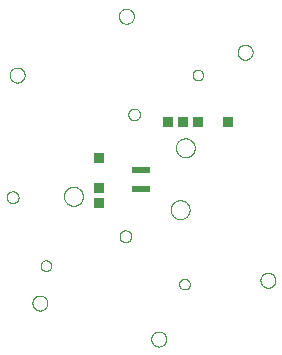
<source format=gbp>
G75*
%MOIN*%
%OFA0B0*%
%FSLAX25Y25*%
%IPPOS*%
%LPD*%
%AMOC8*
5,1,8,0,0,1.08239X$1,22.5*
%
%ADD10C,0.00000*%
%ADD11R,0.03500X0.03200*%
%ADD12R,0.03200X0.03500*%
%ADD13R,0.05906X0.02362*%
D10*
X0038119Y0033019D02*
X0038121Y0033118D01*
X0038127Y0033218D01*
X0038137Y0033317D01*
X0038151Y0033415D01*
X0038168Y0033513D01*
X0038190Y0033610D01*
X0038215Y0033706D01*
X0038244Y0033801D01*
X0038277Y0033895D01*
X0038314Y0033987D01*
X0038354Y0034078D01*
X0038398Y0034167D01*
X0038446Y0034255D01*
X0038497Y0034340D01*
X0038551Y0034423D01*
X0038608Y0034505D01*
X0038669Y0034583D01*
X0038733Y0034660D01*
X0038799Y0034733D01*
X0038869Y0034804D01*
X0038941Y0034872D01*
X0039016Y0034938D01*
X0039094Y0035000D01*
X0039174Y0035059D01*
X0039256Y0035115D01*
X0039340Y0035167D01*
X0039427Y0035216D01*
X0039515Y0035262D01*
X0039605Y0035304D01*
X0039697Y0035343D01*
X0039790Y0035378D01*
X0039884Y0035409D01*
X0039980Y0035436D01*
X0040077Y0035459D01*
X0040174Y0035479D01*
X0040272Y0035495D01*
X0040371Y0035507D01*
X0040470Y0035515D01*
X0040569Y0035519D01*
X0040669Y0035519D01*
X0040768Y0035515D01*
X0040867Y0035507D01*
X0040966Y0035495D01*
X0041064Y0035479D01*
X0041161Y0035459D01*
X0041258Y0035436D01*
X0041354Y0035409D01*
X0041448Y0035378D01*
X0041541Y0035343D01*
X0041633Y0035304D01*
X0041723Y0035262D01*
X0041811Y0035216D01*
X0041898Y0035167D01*
X0041982Y0035115D01*
X0042064Y0035059D01*
X0042144Y0035000D01*
X0042222Y0034938D01*
X0042297Y0034872D01*
X0042369Y0034804D01*
X0042439Y0034733D01*
X0042505Y0034660D01*
X0042569Y0034583D01*
X0042630Y0034505D01*
X0042687Y0034423D01*
X0042741Y0034340D01*
X0042792Y0034255D01*
X0042840Y0034167D01*
X0042884Y0034078D01*
X0042924Y0033987D01*
X0042961Y0033895D01*
X0042994Y0033801D01*
X0043023Y0033706D01*
X0043048Y0033610D01*
X0043070Y0033513D01*
X0043087Y0033415D01*
X0043101Y0033317D01*
X0043111Y0033218D01*
X0043117Y0033118D01*
X0043119Y0033019D01*
X0043117Y0032920D01*
X0043111Y0032820D01*
X0043101Y0032721D01*
X0043087Y0032623D01*
X0043070Y0032525D01*
X0043048Y0032428D01*
X0043023Y0032332D01*
X0042994Y0032237D01*
X0042961Y0032143D01*
X0042924Y0032051D01*
X0042884Y0031960D01*
X0042840Y0031871D01*
X0042792Y0031783D01*
X0042741Y0031698D01*
X0042687Y0031615D01*
X0042630Y0031533D01*
X0042569Y0031455D01*
X0042505Y0031378D01*
X0042439Y0031305D01*
X0042369Y0031234D01*
X0042297Y0031166D01*
X0042222Y0031100D01*
X0042144Y0031038D01*
X0042064Y0030979D01*
X0041982Y0030923D01*
X0041898Y0030871D01*
X0041811Y0030822D01*
X0041723Y0030776D01*
X0041633Y0030734D01*
X0041541Y0030695D01*
X0041448Y0030660D01*
X0041354Y0030629D01*
X0041258Y0030602D01*
X0041161Y0030579D01*
X0041064Y0030559D01*
X0040966Y0030543D01*
X0040867Y0030531D01*
X0040768Y0030523D01*
X0040669Y0030519D01*
X0040569Y0030519D01*
X0040470Y0030523D01*
X0040371Y0030531D01*
X0040272Y0030543D01*
X0040174Y0030559D01*
X0040077Y0030579D01*
X0039980Y0030602D01*
X0039884Y0030629D01*
X0039790Y0030660D01*
X0039697Y0030695D01*
X0039605Y0030734D01*
X0039515Y0030776D01*
X0039427Y0030822D01*
X0039340Y0030871D01*
X0039256Y0030923D01*
X0039174Y0030979D01*
X0039094Y0031038D01*
X0039016Y0031100D01*
X0038941Y0031166D01*
X0038869Y0031234D01*
X0038799Y0031305D01*
X0038733Y0031378D01*
X0038669Y0031455D01*
X0038608Y0031533D01*
X0038551Y0031615D01*
X0038497Y0031698D01*
X0038446Y0031783D01*
X0038398Y0031871D01*
X0038354Y0031960D01*
X0038314Y0032051D01*
X0038277Y0032143D01*
X0038244Y0032237D01*
X0038215Y0032332D01*
X0038190Y0032428D01*
X0038168Y0032525D01*
X0038151Y0032623D01*
X0038137Y0032721D01*
X0038127Y0032820D01*
X0038121Y0032920D01*
X0038119Y0033019D01*
X0040859Y0045486D02*
X0040861Y0045570D01*
X0040867Y0045653D01*
X0040877Y0045736D01*
X0040891Y0045819D01*
X0040908Y0045901D01*
X0040930Y0045982D01*
X0040955Y0046061D01*
X0040984Y0046140D01*
X0041017Y0046217D01*
X0041053Y0046292D01*
X0041093Y0046366D01*
X0041136Y0046438D01*
X0041183Y0046507D01*
X0041233Y0046574D01*
X0041286Y0046639D01*
X0041342Y0046701D01*
X0041400Y0046761D01*
X0041462Y0046818D01*
X0041526Y0046871D01*
X0041593Y0046922D01*
X0041662Y0046969D01*
X0041733Y0047014D01*
X0041806Y0047054D01*
X0041881Y0047091D01*
X0041958Y0047125D01*
X0042036Y0047155D01*
X0042115Y0047181D01*
X0042196Y0047204D01*
X0042278Y0047222D01*
X0042360Y0047237D01*
X0042443Y0047248D01*
X0042526Y0047255D01*
X0042610Y0047258D01*
X0042694Y0047257D01*
X0042777Y0047252D01*
X0042861Y0047243D01*
X0042943Y0047230D01*
X0043025Y0047214D01*
X0043106Y0047193D01*
X0043187Y0047169D01*
X0043265Y0047141D01*
X0043343Y0047109D01*
X0043419Y0047073D01*
X0043493Y0047034D01*
X0043565Y0046992D01*
X0043635Y0046946D01*
X0043703Y0046897D01*
X0043768Y0046845D01*
X0043831Y0046790D01*
X0043891Y0046732D01*
X0043949Y0046671D01*
X0044003Y0046607D01*
X0044055Y0046541D01*
X0044103Y0046473D01*
X0044148Y0046402D01*
X0044189Y0046329D01*
X0044228Y0046255D01*
X0044262Y0046179D01*
X0044293Y0046101D01*
X0044320Y0046022D01*
X0044344Y0045941D01*
X0044363Y0045860D01*
X0044379Y0045778D01*
X0044391Y0045695D01*
X0044399Y0045611D01*
X0044403Y0045528D01*
X0044403Y0045444D01*
X0044399Y0045361D01*
X0044391Y0045277D01*
X0044379Y0045194D01*
X0044363Y0045112D01*
X0044344Y0045031D01*
X0044320Y0044950D01*
X0044293Y0044871D01*
X0044262Y0044793D01*
X0044228Y0044717D01*
X0044189Y0044643D01*
X0044148Y0044570D01*
X0044103Y0044499D01*
X0044055Y0044431D01*
X0044003Y0044365D01*
X0043949Y0044301D01*
X0043891Y0044240D01*
X0043831Y0044182D01*
X0043768Y0044127D01*
X0043703Y0044075D01*
X0043635Y0044026D01*
X0043565Y0043980D01*
X0043493Y0043938D01*
X0043419Y0043899D01*
X0043343Y0043863D01*
X0043265Y0043831D01*
X0043187Y0043803D01*
X0043106Y0043779D01*
X0043025Y0043758D01*
X0042943Y0043742D01*
X0042861Y0043729D01*
X0042777Y0043720D01*
X0042694Y0043715D01*
X0042610Y0043714D01*
X0042526Y0043717D01*
X0042443Y0043724D01*
X0042360Y0043735D01*
X0042278Y0043750D01*
X0042196Y0043768D01*
X0042115Y0043791D01*
X0042036Y0043817D01*
X0041958Y0043847D01*
X0041881Y0043881D01*
X0041806Y0043918D01*
X0041733Y0043958D01*
X0041662Y0044003D01*
X0041593Y0044050D01*
X0041526Y0044101D01*
X0041462Y0044154D01*
X0041400Y0044211D01*
X0041342Y0044271D01*
X0041286Y0044333D01*
X0041233Y0044398D01*
X0041183Y0044465D01*
X0041136Y0044534D01*
X0041093Y0044606D01*
X0041053Y0044680D01*
X0041017Y0044755D01*
X0040984Y0044832D01*
X0040955Y0044911D01*
X0040930Y0044990D01*
X0040908Y0045071D01*
X0040891Y0045153D01*
X0040877Y0045236D01*
X0040867Y0045319D01*
X0040861Y0045402D01*
X0040859Y0045486D01*
X0029556Y0068274D02*
X0029558Y0068362D01*
X0029564Y0068450D01*
X0029574Y0068538D01*
X0029588Y0068626D01*
X0029605Y0068712D01*
X0029627Y0068798D01*
X0029652Y0068882D01*
X0029682Y0068966D01*
X0029714Y0069048D01*
X0029751Y0069128D01*
X0029791Y0069207D01*
X0029835Y0069284D01*
X0029882Y0069359D01*
X0029932Y0069431D01*
X0029986Y0069502D01*
X0030042Y0069569D01*
X0030102Y0069635D01*
X0030164Y0069697D01*
X0030230Y0069757D01*
X0030297Y0069813D01*
X0030368Y0069867D01*
X0030440Y0069917D01*
X0030515Y0069964D01*
X0030592Y0070008D01*
X0030671Y0070048D01*
X0030751Y0070085D01*
X0030833Y0070117D01*
X0030917Y0070147D01*
X0031001Y0070172D01*
X0031087Y0070194D01*
X0031173Y0070211D01*
X0031261Y0070225D01*
X0031349Y0070235D01*
X0031437Y0070241D01*
X0031525Y0070243D01*
X0031613Y0070241D01*
X0031701Y0070235D01*
X0031789Y0070225D01*
X0031877Y0070211D01*
X0031963Y0070194D01*
X0032049Y0070172D01*
X0032133Y0070147D01*
X0032217Y0070117D01*
X0032299Y0070085D01*
X0032379Y0070048D01*
X0032458Y0070008D01*
X0032535Y0069964D01*
X0032610Y0069917D01*
X0032682Y0069867D01*
X0032753Y0069813D01*
X0032820Y0069757D01*
X0032886Y0069697D01*
X0032948Y0069635D01*
X0033008Y0069569D01*
X0033064Y0069502D01*
X0033118Y0069431D01*
X0033168Y0069359D01*
X0033215Y0069284D01*
X0033259Y0069207D01*
X0033299Y0069128D01*
X0033336Y0069048D01*
X0033368Y0068966D01*
X0033398Y0068882D01*
X0033423Y0068798D01*
X0033445Y0068712D01*
X0033462Y0068626D01*
X0033476Y0068538D01*
X0033486Y0068450D01*
X0033492Y0068362D01*
X0033494Y0068274D01*
X0033492Y0068186D01*
X0033486Y0068098D01*
X0033476Y0068010D01*
X0033462Y0067922D01*
X0033445Y0067836D01*
X0033423Y0067750D01*
X0033398Y0067666D01*
X0033368Y0067582D01*
X0033336Y0067500D01*
X0033299Y0067420D01*
X0033259Y0067341D01*
X0033215Y0067264D01*
X0033168Y0067189D01*
X0033118Y0067117D01*
X0033064Y0067046D01*
X0033008Y0066979D01*
X0032948Y0066913D01*
X0032886Y0066851D01*
X0032820Y0066791D01*
X0032753Y0066735D01*
X0032682Y0066681D01*
X0032610Y0066631D01*
X0032535Y0066584D01*
X0032458Y0066540D01*
X0032379Y0066500D01*
X0032299Y0066463D01*
X0032217Y0066431D01*
X0032133Y0066401D01*
X0032049Y0066376D01*
X0031963Y0066354D01*
X0031877Y0066337D01*
X0031789Y0066323D01*
X0031701Y0066313D01*
X0031613Y0066307D01*
X0031525Y0066305D01*
X0031437Y0066307D01*
X0031349Y0066313D01*
X0031261Y0066323D01*
X0031173Y0066337D01*
X0031087Y0066354D01*
X0031001Y0066376D01*
X0030917Y0066401D01*
X0030833Y0066431D01*
X0030751Y0066463D01*
X0030671Y0066500D01*
X0030592Y0066540D01*
X0030515Y0066584D01*
X0030440Y0066631D01*
X0030368Y0066681D01*
X0030297Y0066735D01*
X0030230Y0066791D01*
X0030164Y0066851D01*
X0030102Y0066913D01*
X0030042Y0066979D01*
X0029986Y0067046D01*
X0029932Y0067117D01*
X0029882Y0067189D01*
X0029835Y0067264D01*
X0029791Y0067341D01*
X0029751Y0067420D01*
X0029714Y0067500D01*
X0029682Y0067582D01*
X0029652Y0067666D01*
X0029627Y0067750D01*
X0029605Y0067836D01*
X0029588Y0067922D01*
X0029574Y0068010D01*
X0029564Y0068098D01*
X0029558Y0068186D01*
X0029556Y0068274D01*
X0048652Y0068588D02*
X0048654Y0068700D01*
X0048660Y0068811D01*
X0048670Y0068923D01*
X0048684Y0069034D01*
X0048701Y0069144D01*
X0048723Y0069254D01*
X0048749Y0069363D01*
X0048778Y0069471D01*
X0048811Y0069577D01*
X0048848Y0069683D01*
X0048889Y0069787D01*
X0048934Y0069890D01*
X0048982Y0069991D01*
X0049033Y0070090D01*
X0049088Y0070187D01*
X0049147Y0070282D01*
X0049208Y0070376D01*
X0049273Y0070467D01*
X0049342Y0070555D01*
X0049413Y0070641D01*
X0049487Y0070725D01*
X0049565Y0070805D01*
X0049645Y0070883D01*
X0049728Y0070959D01*
X0049813Y0071031D01*
X0049901Y0071100D01*
X0049991Y0071166D01*
X0050084Y0071228D01*
X0050179Y0071288D01*
X0050276Y0071344D01*
X0050374Y0071396D01*
X0050475Y0071445D01*
X0050577Y0071490D01*
X0050681Y0071532D01*
X0050786Y0071570D01*
X0050893Y0071604D01*
X0051000Y0071634D01*
X0051109Y0071661D01*
X0051218Y0071683D01*
X0051329Y0071702D01*
X0051439Y0071717D01*
X0051551Y0071728D01*
X0051662Y0071735D01*
X0051774Y0071738D01*
X0051886Y0071737D01*
X0051998Y0071732D01*
X0052109Y0071723D01*
X0052220Y0071710D01*
X0052331Y0071693D01*
X0052441Y0071673D01*
X0052550Y0071648D01*
X0052658Y0071620D01*
X0052765Y0071587D01*
X0052871Y0071551D01*
X0052975Y0071511D01*
X0053078Y0071468D01*
X0053180Y0071421D01*
X0053279Y0071370D01*
X0053377Y0071316D01*
X0053473Y0071258D01*
X0053567Y0071197D01*
X0053658Y0071133D01*
X0053747Y0071066D01*
X0053834Y0070995D01*
X0053918Y0070921D01*
X0054000Y0070845D01*
X0054078Y0070765D01*
X0054154Y0070683D01*
X0054227Y0070598D01*
X0054297Y0070511D01*
X0054363Y0070421D01*
X0054427Y0070329D01*
X0054487Y0070235D01*
X0054544Y0070139D01*
X0054597Y0070040D01*
X0054647Y0069940D01*
X0054693Y0069839D01*
X0054736Y0069735D01*
X0054775Y0069630D01*
X0054810Y0069524D01*
X0054841Y0069417D01*
X0054869Y0069308D01*
X0054892Y0069199D01*
X0054912Y0069089D01*
X0054928Y0068978D01*
X0054940Y0068867D01*
X0054948Y0068756D01*
X0054952Y0068644D01*
X0054952Y0068532D01*
X0054948Y0068420D01*
X0054940Y0068309D01*
X0054928Y0068198D01*
X0054912Y0068087D01*
X0054892Y0067977D01*
X0054869Y0067868D01*
X0054841Y0067759D01*
X0054810Y0067652D01*
X0054775Y0067546D01*
X0054736Y0067441D01*
X0054693Y0067337D01*
X0054647Y0067236D01*
X0054597Y0067136D01*
X0054544Y0067037D01*
X0054487Y0066941D01*
X0054427Y0066847D01*
X0054363Y0066755D01*
X0054297Y0066665D01*
X0054227Y0066578D01*
X0054154Y0066493D01*
X0054078Y0066411D01*
X0054000Y0066331D01*
X0053918Y0066255D01*
X0053834Y0066181D01*
X0053747Y0066110D01*
X0053658Y0066043D01*
X0053567Y0065979D01*
X0053473Y0065918D01*
X0053377Y0065860D01*
X0053279Y0065806D01*
X0053180Y0065755D01*
X0053078Y0065708D01*
X0052975Y0065665D01*
X0052871Y0065625D01*
X0052765Y0065589D01*
X0052658Y0065556D01*
X0052550Y0065528D01*
X0052441Y0065503D01*
X0052331Y0065483D01*
X0052220Y0065466D01*
X0052109Y0065453D01*
X0051998Y0065444D01*
X0051886Y0065439D01*
X0051774Y0065438D01*
X0051662Y0065441D01*
X0051551Y0065448D01*
X0051439Y0065459D01*
X0051329Y0065474D01*
X0051218Y0065493D01*
X0051109Y0065515D01*
X0051000Y0065542D01*
X0050893Y0065572D01*
X0050786Y0065606D01*
X0050681Y0065644D01*
X0050577Y0065686D01*
X0050475Y0065731D01*
X0050374Y0065780D01*
X0050276Y0065832D01*
X0050179Y0065888D01*
X0050084Y0065948D01*
X0049991Y0066010D01*
X0049901Y0066076D01*
X0049813Y0066145D01*
X0049728Y0066217D01*
X0049645Y0066293D01*
X0049565Y0066371D01*
X0049487Y0066451D01*
X0049413Y0066535D01*
X0049342Y0066621D01*
X0049273Y0066709D01*
X0049208Y0066800D01*
X0049147Y0066894D01*
X0049088Y0066989D01*
X0049033Y0067086D01*
X0048982Y0067185D01*
X0048934Y0067286D01*
X0048889Y0067389D01*
X0048848Y0067493D01*
X0048811Y0067599D01*
X0048778Y0067705D01*
X0048749Y0067813D01*
X0048723Y0067922D01*
X0048701Y0068032D01*
X0048684Y0068142D01*
X0048670Y0068253D01*
X0048660Y0068365D01*
X0048654Y0068476D01*
X0048652Y0068588D01*
X0067155Y0055278D02*
X0067157Y0055366D01*
X0067163Y0055454D01*
X0067173Y0055542D01*
X0067187Y0055630D01*
X0067204Y0055716D01*
X0067226Y0055802D01*
X0067251Y0055886D01*
X0067281Y0055970D01*
X0067313Y0056052D01*
X0067350Y0056132D01*
X0067390Y0056211D01*
X0067434Y0056288D01*
X0067481Y0056363D01*
X0067531Y0056435D01*
X0067585Y0056506D01*
X0067641Y0056573D01*
X0067701Y0056639D01*
X0067763Y0056701D01*
X0067829Y0056761D01*
X0067896Y0056817D01*
X0067967Y0056871D01*
X0068039Y0056921D01*
X0068114Y0056968D01*
X0068191Y0057012D01*
X0068270Y0057052D01*
X0068350Y0057089D01*
X0068432Y0057121D01*
X0068516Y0057151D01*
X0068600Y0057176D01*
X0068686Y0057198D01*
X0068772Y0057215D01*
X0068860Y0057229D01*
X0068948Y0057239D01*
X0069036Y0057245D01*
X0069124Y0057247D01*
X0069212Y0057245D01*
X0069300Y0057239D01*
X0069388Y0057229D01*
X0069476Y0057215D01*
X0069562Y0057198D01*
X0069648Y0057176D01*
X0069732Y0057151D01*
X0069816Y0057121D01*
X0069898Y0057089D01*
X0069978Y0057052D01*
X0070057Y0057012D01*
X0070134Y0056968D01*
X0070209Y0056921D01*
X0070281Y0056871D01*
X0070352Y0056817D01*
X0070419Y0056761D01*
X0070485Y0056701D01*
X0070547Y0056639D01*
X0070607Y0056573D01*
X0070663Y0056506D01*
X0070717Y0056435D01*
X0070767Y0056363D01*
X0070814Y0056288D01*
X0070858Y0056211D01*
X0070898Y0056132D01*
X0070935Y0056052D01*
X0070967Y0055970D01*
X0070997Y0055886D01*
X0071022Y0055802D01*
X0071044Y0055716D01*
X0071061Y0055630D01*
X0071075Y0055542D01*
X0071085Y0055454D01*
X0071091Y0055366D01*
X0071093Y0055278D01*
X0071091Y0055190D01*
X0071085Y0055102D01*
X0071075Y0055014D01*
X0071061Y0054926D01*
X0071044Y0054840D01*
X0071022Y0054754D01*
X0070997Y0054670D01*
X0070967Y0054586D01*
X0070935Y0054504D01*
X0070898Y0054424D01*
X0070858Y0054345D01*
X0070814Y0054268D01*
X0070767Y0054193D01*
X0070717Y0054121D01*
X0070663Y0054050D01*
X0070607Y0053983D01*
X0070547Y0053917D01*
X0070485Y0053855D01*
X0070419Y0053795D01*
X0070352Y0053739D01*
X0070281Y0053685D01*
X0070209Y0053635D01*
X0070134Y0053588D01*
X0070057Y0053544D01*
X0069978Y0053504D01*
X0069898Y0053467D01*
X0069816Y0053435D01*
X0069732Y0053405D01*
X0069648Y0053380D01*
X0069562Y0053358D01*
X0069476Y0053341D01*
X0069388Y0053327D01*
X0069300Y0053317D01*
X0069212Y0053311D01*
X0069124Y0053309D01*
X0069036Y0053311D01*
X0068948Y0053317D01*
X0068860Y0053327D01*
X0068772Y0053341D01*
X0068686Y0053358D01*
X0068600Y0053380D01*
X0068516Y0053405D01*
X0068432Y0053435D01*
X0068350Y0053467D01*
X0068270Y0053504D01*
X0068191Y0053544D01*
X0068114Y0053588D01*
X0068039Y0053635D01*
X0067967Y0053685D01*
X0067896Y0053739D01*
X0067829Y0053795D01*
X0067763Y0053855D01*
X0067701Y0053917D01*
X0067641Y0053983D01*
X0067585Y0054050D01*
X0067531Y0054121D01*
X0067481Y0054193D01*
X0067434Y0054268D01*
X0067390Y0054345D01*
X0067350Y0054424D01*
X0067313Y0054504D01*
X0067281Y0054586D01*
X0067251Y0054670D01*
X0067226Y0054754D01*
X0067204Y0054840D01*
X0067187Y0054926D01*
X0067173Y0055014D01*
X0067163Y0055102D01*
X0067157Y0055190D01*
X0067155Y0055278D01*
X0084218Y0064133D02*
X0084220Y0064245D01*
X0084226Y0064356D01*
X0084236Y0064468D01*
X0084250Y0064579D01*
X0084267Y0064689D01*
X0084289Y0064799D01*
X0084315Y0064908D01*
X0084344Y0065016D01*
X0084377Y0065122D01*
X0084414Y0065228D01*
X0084455Y0065332D01*
X0084500Y0065435D01*
X0084548Y0065536D01*
X0084599Y0065635D01*
X0084654Y0065732D01*
X0084713Y0065827D01*
X0084774Y0065921D01*
X0084839Y0066012D01*
X0084908Y0066100D01*
X0084979Y0066186D01*
X0085053Y0066270D01*
X0085131Y0066350D01*
X0085211Y0066428D01*
X0085294Y0066504D01*
X0085379Y0066576D01*
X0085467Y0066645D01*
X0085557Y0066711D01*
X0085650Y0066773D01*
X0085745Y0066833D01*
X0085842Y0066889D01*
X0085940Y0066941D01*
X0086041Y0066990D01*
X0086143Y0067035D01*
X0086247Y0067077D01*
X0086352Y0067115D01*
X0086459Y0067149D01*
X0086566Y0067179D01*
X0086675Y0067206D01*
X0086784Y0067228D01*
X0086895Y0067247D01*
X0087005Y0067262D01*
X0087117Y0067273D01*
X0087228Y0067280D01*
X0087340Y0067283D01*
X0087452Y0067282D01*
X0087564Y0067277D01*
X0087675Y0067268D01*
X0087786Y0067255D01*
X0087897Y0067238D01*
X0088007Y0067218D01*
X0088116Y0067193D01*
X0088224Y0067165D01*
X0088331Y0067132D01*
X0088437Y0067096D01*
X0088541Y0067056D01*
X0088644Y0067013D01*
X0088746Y0066966D01*
X0088845Y0066915D01*
X0088943Y0066861D01*
X0089039Y0066803D01*
X0089133Y0066742D01*
X0089224Y0066678D01*
X0089313Y0066611D01*
X0089400Y0066540D01*
X0089484Y0066466D01*
X0089566Y0066390D01*
X0089644Y0066310D01*
X0089720Y0066228D01*
X0089793Y0066143D01*
X0089863Y0066056D01*
X0089929Y0065966D01*
X0089993Y0065874D01*
X0090053Y0065780D01*
X0090110Y0065684D01*
X0090163Y0065585D01*
X0090213Y0065485D01*
X0090259Y0065384D01*
X0090302Y0065280D01*
X0090341Y0065175D01*
X0090376Y0065069D01*
X0090407Y0064962D01*
X0090435Y0064853D01*
X0090458Y0064744D01*
X0090478Y0064634D01*
X0090494Y0064523D01*
X0090506Y0064412D01*
X0090514Y0064301D01*
X0090518Y0064189D01*
X0090518Y0064077D01*
X0090514Y0063965D01*
X0090506Y0063854D01*
X0090494Y0063743D01*
X0090478Y0063632D01*
X0090458Y0063522D01*
X0090435Y0063413D01*
X0090407Y0063304D01*
X0090376Y0063197D01*
X0090341Y0063091D01*
X0090302Y0062986D01*
X0090259Y0062882D01*
X0090213Y0062781D01*
X0090163Y0062681D01*
X0090110Y0062582D01*
X0090053Y0062486D01*
X0089993Y0062392D01*
X0089929Y0062300D01*
X0089863Y0062210D01*
X0089793Y0062123D01*
X0089720Y0062038D01*
X0089644Y0061956D01*
X0089566Y0061876D01*
X0089484Y0061800D01*
X0089400Y0061726D01*
X0089313Y0061655D01*
X0089224Y0061588D01*
X0089133Y0061524D01*
X0089039Y0061463D01*
X0088943Y0061405D01*
X0088845Y0061351D01*
X0088746Y0061300D01*
X0088644Y0061253D01*
X0088541Y0061210D01*
X0088437Y0061170D01*
X0088331Y0061134D01*
X0088224Y0061101D01*
X0088116Y0061073D01*
X0088007Y0061048D01*
X0087897Y0061028D01*
X0087786Y0061011D01*
X0087675Y0060998D01*
X0087564Y0060989D01*
X0087452Y0060984D01*
X0087340Y0060983D01*
X0087228Y0060986D01*
X0087117Y0060993D01*
X0087005Y0061004D01*
X0086895Y0061019D01*
X0086784Y0061038D01*
X0086675Y0061060D01*
X0086566Y0061087D01*
X0086459Y0061117D01*
X0086352Y0061151D01*
X0086247Y0061189D01*
X0086143Y0061231D01*
X0086041Y0061276D01*
X0085940Y0061325D01*
X0085842Y0061377D01*
X0085745Y0061433D01*
X0085650Y0061493D01*
X0085557Y0061555D01*
X0085467Y0061621D01*
X0085379Y0061690D01*
X0085294Y0061762D01*
X0085211Y0061838D01*
X0085131Y0061916D01*
X0085053Y0061996D01*
X0084979Y0062080D01*
X0084908Y0062166D01*
X0084839Y0062254D01*
X0084774Y0062345D01*
X0084713Y0062439D01*
X0084654Y0062534D01*
X0084599Y0062631D01*
X0084548Y0062730D01*
X0084500Y0062831D01*
X0084455Y0062934D01*
X0084414Y0063038D01*
X0084377Y0063144D01*
X0084344Y0063250D01*
X0084315Y0063358D01*
X0084289Y0063467D01*
X0084267Y0063577D01*
X0084250Y0063687D01*
X0084236Y0063798D01*
X0084226Y0063910D01*
X0084220Y0064021D01*
X0084218Y0064133D01*
X0085940Y0084748D02*
X0085942Y0084860D01*
X0085948Y0084971D01*
X0085958Y0085083D01*
X0085972Y0085194D01*
X0085989Y0085304D01*
X0086011Y0085414D01*
X0086037Y0085523D01*
X0086066Y0085631D01*
X0086099Y0085737D01*
X0086136Y0085843D01*
X0086177Y0085947D01*
X0086222Y0086050D01*
X0086270Y0086151D01*
X0086321Y0086250D01*
X0086376Y0086347D01*
X0086435Y0086442D01*
X0086496Y0086536D01*
X0086561Y0086627D01*
X0086630Y0086715D01*
X0086701Y0086801D01*
X0086775Y0086885D01*
X0086853Y0086965D01*
X0086933Y0087043D01*
X0087016Y0087119D01*
X0087101Y0087191D01*
X0087189Y0087260D01*
X0087279Y0087326D01*
X0087372Y0087388D01*
X0087467Y0087448D01*
X0087564Y0087504D01*
X0087662Y0087556D01*
X0087763Y0087605D01*
X0087865Y0087650D01*
X0087969Y0087692D01*
X0088074Y0087730D01*
X0088181Y0087764D01*
X0088288Y0087794D01*
X0088397Y0087821D01*
X0088506Y0087843D01*
X0088617Y0087862D01*
X0088727Y0087877D01*
X0088839Y0087888D01*
X0088950Y0087895D01*
X0089062Y0087898D01*
X0089174Y0087897D01*
X0089286Y0087892D01*
X0089397Y0087883D01*
X0089508Y0087870D01*
X0089619Y0087853D01*
X0089729Y0087833D01*
X0089838Y0087808D01*
X0089946Y0087780D01*
X0090053Y0087747D01*
X0090159Y0087711D01*
X0090263Y0087671D01*
X0090366Y0087628D01*
X0090468Y0087581D01*
X0090567Y0087530D01*
X0090665Y0087476D01*
X0090761Y0087418D01*
X0090855Y0087357D01*
X0090946Y0087293D01*
X0091035Y0087226D01*
X0091122Y0087155D01*
X0091206Y0087081D01*
X0091288Y0087005D01*
X0091366Y0086925D01*
X0091442Y0086843D01*
X0091515Y0086758D01*
X0091585Y0086671D01*
X0091651Y0086581D01*
X0091715Y0086489D01*
X0091775Y0086395D01*
X0091832Y0086299D01*
X0091885Y0086200D01*
X0091935Y0086100D01*
X0091981Y0085999D01*
X0092024Y0085895D01*
X0092063Y0085790D01*
X0092098Y0085684D01*
X0092129Y0085577D01*
X0092157Y0085468D01*
X0092180Y0085359D01*
X0092200Y0085249D01*
X0092216Y0085138D01*
X0092228Y0085027D01*
X0092236Y0084916D01*
X0092240Y0084804D01*
X0092240Y0084692D01*
X0092236Y0084580D01*
X0092228Y0084469D01*
X0092216Y0084358D01*
X0092200Y0084247D01*
X0092180Y0084137D01*
X0092157Y0084028D01*
X0092129Y0083919D01*
X0092098Y0083812D01*
X0092063Y0083706D01*
X0092024Y0083601D01*
X0091981Y0083497D01*
X0091935Y0083396D01*
X0091885Y0083296D01*
X0091832Y0083197D01*
X0091775Y0083101D01*
X0091715Y0083007D01*
X0091651Y0082915D01*
X0091585Y0082825D01*
X0091515Y0082738D01*
X0091442Y0082653D01*
X0091366Y0082571D01*
X0091288Y0082491D01*
X0091206Y0082415D01*
X0091122Y0082341D01*
X0091035Y0082270D01*
X0090946Y0082203D01*
X0090855Y0082139D01*
X0090761Y0082078D01*
X0090665Y0082020D01*
X0090567Y0081966D01*
X0090468Y0081915D01*
X0090366Y0081868D01*
X0090263Y0081825D01*
X0090159Y0081785D01*
X0090053Y0081749D01*
X0089946Y0081716D01*
X0089838Y0081688D01*
X0089729Y0081663D01*
X0089619Y0081643D01*
X0089508Y0081626D01*
X0089397Y0081613D01*
X0089286Y0081604D01*
X0089174Y0081599D01*
X0089062Y0081598D01*
X0088950Y0081601D01*
X0088839Y0081608D01*
X0088727Y0081619D01*
X0088617Y0081634D01*
X0088506Y0081653D01*
X0088397Y0081675D01*
X0088288Y0081702D01*
X0088181Y0081732D01*
X0088074Y0081766D01*
X0087969Y0081804D01*
X0087865Y0081846D01*
X0087763Y0081891D01*
X0087662Y0081940D01*
X0087564Y0081992D01*
X0087467Y0082048D01*
X0087372Y0082108D01*
X0087279Y0082170D01*
X0087189Y0082236D01*
X0087101Y0082305D01*
X0087016Y0082377D01*
X0086933Y0082453D01*
X0086853Y0082531D01*
X0086775Y0082611D01*
X0086701Y0082695D01*
X0086630Y0082781D01*
X0086561Y0082869D01*
X0086496Y0082960D01*
X0086435Y0083054D01*
X0086376Y0083149D01*
X0086321Y0083246D01*
X0086270Y0083345D01*
X0086222Y0083446D01*
X0086177Y0083549D01*
X0086136Y0083653D01*
X0086099Y0083759D01*
X0086066Y0083865D01*
X0086037Y0083973D01*
X0086011Y0084082D01*
X0085989Y0084192D01*
X0085972Y0084302D01*
X0085958Y0084413D01*
X0085948Y0084525D01*
X0085942Y0084636D01*
X0085940Y0084748D01*
X0070056Y0095892D02*
X0070058Y0095980D01*
X0070064Y0096068D01*
X0070074Y0096156D01*
X0070088Y0096244D01*
X0070105Y0096330D01*
X0070127Y0096416D01*
X0070152Y0096500D01*
X0070182Y0096584D01*
X0070214Y0096666D01*
X0070251Y0096746D01*
X0070291Y0096825D01*
X0070335Y0096902D01*
X0070382Y0096977D01*
X0070432Y0097049D01*
X0070486Y0097120D01*
X0070542Y0097187D01*
X0070602Y0097253D01*
X0070664Y0097315D01*
X0070730Y0097375D01*
X0070797Y0097431D01*
X0070868Y0097485D01*
X0070940Y0097535D01*
X0071015Y0097582D01*
X0071092Y0097626D01*
X0071171Y0097666D01*
X0071251Y0097703D01*
X0071333Y0097735D01*
X0071417Y0097765D01*
X0071501Y0097790D01*
X0071587Y0097812D01*
X0071673Y0097829D01*
X0071761Y0097843D01*
X0071849Y0097853D01*
X0071937Y0097859D01*
X0072025Y0097861D01*
X0072113Y0097859D01*
X0072201Y0097853D01*
X0072289Y0097843D01*
X0072377Y0097829D01*
X0072463Y0097812D01*
X0072549Y0097790D01*
X0072633Y0097765D01*
X0072717Y0097735D01*
X0072799Y0097703D01*
X0072879Y0097666D01*
X0072958Y0097626D01*
X0073035Y0097582D01*
X0073110Y0097535D01*
X0073182Y0097485D01*
X0073253Y0097431D01*
X0073320Y0097375D01*
X0073386Y0097315D01*
X0073448Y0097253D01*
X0073508Y0097187D01*
X0073564Y0097120D01*
X0073618Y0097049D01*
X0073668Y0096977D01*
X0073715Y0096902D01*
X0073759Y0096825D01*
X0073799Y0096746D01*
X0073836Y0096666D01*
X0073868Y0096584D01*
X0073898Y0096500D01*
X0073923Y0096416D01*
X0073945Y0096330D01*
X0073962Y0096244D01*
X0073976Y0096156D01*
X0073986Y0096068D01*
X0073992Y0095980D01*
X0073994Y0095892D01*
X0073992Y0095804D01*
X0073986Y0095716D01*
X0073976Y0095628D01*
X0073962Y0095540D01*
X0073945Y0095454D01*
X0073923Y0095368D01*
X0073898Y0095284D01*
X0073868Y0095200D01*
X0073836Y0095118D01*
X0073799Y0095038D01*
X0073759Y0094959D01*
X0073715Y0094882D01*
X0073668Y0094807D01*
X0073618Y0094735D01*
X0073564Y0094664D01*
X0073508Y0094597D01*
X0073448Y0094531D01*
X0073386Y0094469D01*
X0073320Y0094409D01*
X0073253Y0094353D01*
X0073182Y0094299D01*
X0073110Y0094249D01*
X0073035Y0094202D01*
X0072958Y0094158D01*
X0072879Y0094118D01*
X0072799Y0094081D01*
X0072717Y0094049D01*
X0072633Y0094019D01*
X0072549Y0093994D01*
X0072463Y0093972D01*
X0072377Y0093955D01*
X0072289Y0093941D01*
X0072201Y0093931D01*
X0072113Y0093925D01*
X0072025Y0093923D01*
X0071937Y0093925D01*
X0071849Y0093931D01*
X0071761Y0093941D01*
X0071673Y0093955D01*
X0071587Y0093972D01*
X0071501Y0093994D01*
X0071417Y0094019D01*
X0071333Y0094049D01*
X0071251Y0094081D01*
X0071171Y0094118D01*
X0071092Y0094158D01*
X0071015Y0094202D01*
X0070940Y0094249D01*
X0070868Y0094299D01*
X0070797Y0094353D01*
X0070730Y0094409D01*
X0070664Y0094469D01*
X0070602Y0094531D01*
X0070542Y0094597D01*
X0070486Y0094664D01*
X0070432Y0094735D01*
X0070382Y0094807D01*
X0070335Y0094882D01*
X0070291Y0094959D01*
X0070251Y0095038D01*
X0070214Y0095118D01*
X0070182Y0095200D01*
X0070152Y0095284D01*
X0070127Y0095368D01*
X0070105Y0095454D01*
X0070088Y0095540D01*
X0070074Y0095628D01*
X0070064Y0095716D01*
X0070058Y0095804D01*
X0070056Y0095892D01*
X0091483Y0109007D02*
X0091485Y0109091D01*
X0091491Y0109174D01*
X0091501Y0109257D01*
X0091515Y0109340D01*
X0091532Y0109422D01*
X0091554Y0109503D01*
X0091579Y0109582D01*
X0091608Y0109661D01*
X0091641Y0109738D01*
X0091677Y0109813D01*
X0091717Y0109887D01*
X0091760Y0109959D01*
X0091807Y0110028D01*
X0091857Y0110095D01*
X0091910Y0110160D01*
X0091966Y0110222D01*
X0092024Y0110282D01*
X0092086Y0110339D01*
X0092150Y0110392D01*
X0092217Y0110443D01*
X0092286Y0110490D01*
X0092357Y0110535D01*
X0092430Y0110575D01*
X0092505Y0110612D01*
X0092582Y0110646D01*
X0092660Y0110676D01*
X0092739Y0110702D01*
X0092820Y0110725D01*
X0092902Y0110743D01*
X0092984Y0110758D01*
X0093067Y0110769D01*
X0093150Y0110776D01*
X0093234Y0110779D01*
X0093318Y0110778D01*
X0093401Y0110773D01*
X0093485Y0110764D01*
X0093567Y0110751D01*
X0093649Y0110735D01*
X0093730Y0110714D01*
X0093811Y0110690D01*
X0093889Y0110662D01*
X0093967Y0110630D01*
X0094043Y0110594D01*
X0094117Y0110555D01*
X0094189Y0110513D01*
X0094259Y0110467D01*
X0094327Y0110418D01*
X0094392Y0110366D01*
X0094455Y0110311D01*
X0094515Y0110253D01*
X0094573Y0110192D01*
X0094627Y0110128D01*
X0094679Y0110062D01*
X0094727Y0109994D01*
X0094772Y0109923D01*
X0094813Y0109850D01*
X0094852Y0109776D01*
X0094886Y0109700D01*
X0094917Y0109622D01*
X0094944Y0109543D01*
X0094968Y0109462D01*
X0094987Y0109381D01*
X0095003Y0109299D01*
X0095015Y0109216D01*
X0095023Y0109132D01*
X0095027Y0109049D01*
X0095027Y0108965D01*
X0095023Y0108882D01*
X0095015Y0108798D01*
X0095003Y0108715D01*
X0094987Y0108633D01*
X0094968Y0108552D01*
X0094944Y0108471D01*
X0094917Y0108392D01*
X0094886Y0108314D01*
X0094852Y0108238D01*
X0094813Y0108164D01*
X0094772Y0108091D01*
X0094727Y0108020D01*
X0094679Y0107952D01*
X0094627Y0107886D01*
X0094573Y0107822D01*
X0094515Y0107761D01*
X0094455Y0107703D01*
X0094392Y0107648D01*
X0094327Y0107596D01*
X0094259Y0107547D01*
X0094189Y0107501D01*
X0094117Y0107459D01*
X0094043Y0107420D01*
X0093967Y0107384D01*
X0093889Y0107352D01*
X0093811Y0107324D01*
X0093730Y0107300D01*
X0093649Y0107279D01*
X0093567Y0107263D01*
X0093485Y0107250D01*
X0093401Y0107241D01*
X0093318Y0107236D01*
X0093234Y0107235D01*
X0093150Y0107238D01*
X0093067Y0107245D01*
X0092984Y0107256D01*
X0092902Y0107271D01*
X0092820Y0107289D01*
X0092739Y0107312D01*
X0092660Y0107338D01*
X0092582Y0107368D01*
X0092505Y0107402D01*
X0092430Y0107439D01*
X0092357Y0107479D01*
X0092286Y0107524D01*
X0092217Y0107571D01*
X0092150Y0107622D01*
X0092086Y0107675D01*
X0092024Y0107732D01*
X0091966Y0107792D01*
X0091910Y0107854D01*
X0091857Y0107919D01*
X0091807Y0107986D01*
X0091760Y0108055D01*
X0091717Y0108127D01*
X0091677Y0108201D01*
X0091641Y0108276D01*
X0091608Y0108353D01*
X0091579Y0108432D01*
X0091554Y0108511D01*
X0091532Y0108592D01*
X0091515Y0108674D01*
X0091501Y0108757D01*
X0091491Y0108840D01*
X0091485Y0108923D01*
X0091483Y0109007D01*
X0106519Y0116619D02*
X0106521Y0116718D01*
X0106527Y0116818D01*
X0106537Y0116917D01*
X0106551Y0117015D01*
X0106568Y0117113D01*
X0106590Y0117210D01*
X0106615Y0117306D01*
X0106644Y0117401D01*
X0106677Y0117495D01*
X0106714Y0117587D01*
X0106754Y0117678D01*
X0106798Y0117767D01*
X0106846Y0117855D01*
X0106897Y0117940D01*
X0106951Y0118023D01*
X0107008Y0118105D01*
X0107069Y0118183D01*
X0107133Y0118260D01*
X0107199Y0118333D01*
X0107269Y0118404D01*
X0107341Y0118472D01*
X0107416Y0118538D01*
X0107494Y0118600D01*
X0107574Y0118659D01*
X0107656Y0118715D01*
X0107740Y0118767D01*
X0107827Y0118816D01*
X0107915Y0118862D01*
X0108005Y0118904D01*
X0108097Y0118943D01*
X0108190Y0118978D01*
X0108284Y0119009D01*
X0108380Y0119036D01*
X0108477Y0119059D01*
X0108574Y0119079D01*
X0108672Y0119095D01*
X0108771Y0119107D01*
X0108870Y0119115D01*
X0108969Y0119119D01*
X0109069Y0119119D01*
X0109168Y0119115D01*
X0109267Y0119107D01*
X0109366Y0119095D01*
X0109464Y0119079D01*
X0109561Y0119059D01*
X0109658Y0119036D01*
X0109754Y0119009D01*
X0109848Y0118978D01*
X0109941Y0118943D01*
X0110033Y0118904D01*
X0110123Y0118862D01*
X0110211Y0118816D01*
X0110298Y0118767D01*
X0110382Y0118715D01*
X0110464Y0118659D01*
X0110544Y0118600D01*
X0110622Y0118538D01*
X0110697Y0118472D01*
X0110769Y0118404D01*
X0110839Y0118333D01*
X0110905Y0118260D01*
X0110969Y0118183D01*
X0111030Y0118105D01*
X0111087Y0118023D01*
X0111141Y0117940D01*
X0111192Y0117855D01*
X0111240Y0117767D01*
X0111284Y0117678D01*
X0111324Y0117587D01*
X0111361Y0117495D01*
X0111394Y0117401D01*
X0111423Y0117306D01*
X0111448Y0117210D01*
X0111470Y0117113D01*
X0111487Y0117015D01*
X0111501Y0116917D01*
X0111511Y0116818D01*
X0111517Y0116718D01*
X0111519Y0116619D01*
X0111517Y0116520D01*
X0111511Y0116420D01*
X0111501Y0116321D01*
X0111487Y0116223D01*
X0111470Y0116125D01*
X0111448Y0116028D01*
X0111423Y0115932D01*
X0111394Y0115837D01*
X0111361Y0115743D01*
X0111324Y0115651D01*
X0111284Y0115560D01*
X0111240Y0115471D01*
X0111192Y0115383D01*
X0111141Y0115298D01*
X0111087Y0115215D01*
X0111030Y0115133D01*
X0110969Y0115055D01*
X0110905Y0114978D01*
X0110839Y0114905D01*
X0110769Y0114834D01*
X0110697Y0114766D01*
X0110622Y0114700D01*
X0110544Y0114638D01*
X0110464Y0114579D01*
X0110382Y0114523D01*
X0110298Y0114471D01*
X0110211Y0114422D01*
X0110123Y0114376D01*
X0110033Y0114334D01*
X0109941Y0114295D01*
X0109848Y0114260D01*
X0109754Y0114229D01*
X0109658Y0114202D01*
X0109561Y0114179D01*
X0109464Y0114159D01*
X0109366Y0114143D01*
X0109267Y0114131D01*
X0109168Y0114123D01*
X0109069Y0114119D01*
X0108969Y0114119D01*
X0108870Y0114123D01*
X0108771Y0114131D01*
X0108672Y0114143D01*
X0108574Y0114159D01*
X0108477Y0114179D01*
X0108380Y0114202D01*
X0108284Y0114229D01*
X0108190Y0114260D01*
X0108097Y0114295D01*
X0108005Y0114334D01*
X0107915Y0114376D01*
X0107827Y0114422D01*
X0107740Y0114471D01*
X0107656Y0114523D01*
X0107574Y0114579D01*
X0107494Y0114638D01*
X0107416Y0114700D01*
X0107341Y0114766D01*
X0107269Y0114834D01*
X0107199Y0114905D01*
X0107133Y0114978D01*
X0107069Y0115055D01*
X0107008Y0115133D01*
X0106951Y0115215D01*
X0106897Y0115298D01*
X0106846Y0115383D01*
X0106798Y0115471D01*
X0106754Y0115560D01*
X0106714Y0115651D01*
X0106677Y0115743D01*
X0106644Y0115837D01*
X0106615Y0115932D01*
X0106590Y0116028D01*
X0106568Y0116125D01*
X0106551Y0116223D01*
X0106537Y0116321D01*
X0106527Y0116420D01*
X0106521Y0116520D01*
X0106519Y0116619D01*
X0066919Y0128619D02*
X0066921Y0128718D01*
X0066927Y0128818D01*
X0066937Y0128917D01*
X0066951Y0129015D01*
X0066968Y0129113D01*
X0066990Y0129210D01*
X0067015Y0129306D01*
X0067044Y0129401D01*
X0067077Y0129495D01*
X0067114Y0129587D01*
X0067154Y0129678D01*
X0067198Y0129767D01*
X0067246Y0129855D01*
X0067297Y0129940D01*
X0067351Y0130023D01*
X0067408Y0130105D01*
X0067469Y0130183D01*
X0067533Y0130260D01*
X0067599Y0130333D01*
X0067669Y0130404D01*
X0067741Y0130472D01*
X0067816Y0130538D01*
X0067894Y0130600D01*
X0067974Y0130659D01*
X0068056Y0130715D01*
X0068140Y0130767D01*
X0068227Y0130816D01*
X0068315Y0130862D01*
X0068405Y0130904D01*
X0068497Y0130943D01*
X0068590Y0130978D01*
X0068684Y0131009D01*
X0068780Y0131036D01*
X0068877Y0131059D01*
X0068974Y0131079D01*
X0069072Y0131095D01*
X0069171Y0131107D01*
X0069270Y0131115D01*
X0069369Y0131119D01*
X0069469Y0131119D01*
X0069568Y0131115D01*
X0069667Y0131107D01*
X0069766Y0131095D01*
X0069864Y0131079D01*
X0069961Y0131059D01*
X0070058Y0131036D01*
X0070154Y0131009D01*
X0070248Y0130978D01*
X0070341Y0130943D01*
X0070433Y0130904D01*
X0070523Y0130862D01*
X0070611Y0130816D01*
X0070698Y0130767D01*
X0070782Y0130715D01*
X0070864Y0130659D01*
X0070944Y0130600D01*
X0071022Y0130538D01*
X0071097Y0130472D01*
X0071169Y0130404D01*
X0071239Y0130333D01*
X0071305Y0130260D01*
X0071369Y0130183D01*
X0071430Y0130105D01*
X0071487Y0130023D01*
X0071541Y0129940D01*
X0071592Y0129855D01*
X0071640Y0129767D01*
X0071684Y0129678D01*
X0071724Y0129587D01*
X0071761Y0129495D01*
X0071794Y0129401D01*
X0071823Y0129306D01*
X0071848Y0129210D01*
X0071870Y0129113D01*
X0071887Y0129015D01*
X0071901Y0128917D01*
X0071911Y0128818D01*
X0071917Y0128718D01*
X0071919Y0128619D01*
X0071917Y0128520D01*
X0071911Y0128420D01*
X0071901Y0128321D01*
X0071887Y0128223D01*
X0071870Y0128125D01*
X0071848Y0128028D01*
X0071823Y0127932D01*
X0071794Y0127837D01*
X0071761Y0127743D01*
X0071724Y0127651D01*
X0071684Y0127560D01*
X0071640Y0127471D01*
X0071592Y0127383D01*
X0071541Y0127298D01*
X0071487Y0127215D01*
X0071430Y0127133D01*
X0071369Y0127055D01*
X0071305Y0126978D01*
X0071239Y0126905D01*
X0071169Y0126834D01*
X0071097Y0126766D01*
X0071022Y0126700D01*
X0070944Y0126638D01*
X0070864Y0126579D01*
X0070782Y0126523D01*
X0070698Y0126471D01*
X0070611Y0126422D01*
X0070523Y0126376D01*
X0070433Y0126334D01*
X0070341Y0126295D01*
X0070248Y0126260D01*
X0070154Y0126229D01*
X0070058Y0126202D01*
X0069961Y0126179D01*
X0069864Y0126159D01*
X0069766Y0126143D01*
X0069667Y0126131D01*
X0069568Y0126123D01*
X0069469Y0126119D01*
X0069369Y0126119D01*
X0069270Y0126123D01*
X0069171Y0126131D01*
X0069072Y0126143D01*
X0068974Y0126159D01*
X0068877Y0126179D01*
X0068780Y0126202D01*
X0068684Y0126229D01*
X0068590Y0126260D01*
X0068497Y0126295D01*
X0068405Y0126334D01*
X0068315Y0126376D01*
X0068227Y0126422D01*
X0068140Y0126471D01*
X0068056Y0126523D01*
X0067974Y0126579D01*
X0067894Y0126638D01*
X0067816Y0126700D01*
X0067741Y0126766D01*
X0067669Y0126834D01*
X0067599Y0126905D01*
X0067533Y0126978D01*
X0067469Y0127055D01*
X0067408Y0127133D01*
X0067351Y0127215D01*
X0067297Y0127298D01*
X0067246Y0127383D01*
X0067198Y0127471D01*
X0067154Y0127560D01*
X0067114Y0127651D01*
X0067077Y0127743D01*
X0067044Y0127837D01*
X0067015Y0127932D01*
X0066990Y0128028D01*
X0066968Y0128125D01*
X0066951Y0128223D01*
X0066937Y0128321D01*
X0066927Y0128420D01*
X0066921Y0128520D01*
X0066919Y0128619D01*
X0030519Y0109019D02*
X0030521Y0109118D01*
X0030527Y0109218D01*
X0030537Y0109317D01*
X0030551Y0109415D01*
X0030568Y0109513D01*
X0030590Y0109610D01*
X0030615Y0109706D01*
X0030644Y0109801D01*
X0030677Y0109895D01*
X0030714Y0109987D01*
X0030754Y0110078D01*
X0030798Y0110167D01*
X0030846Y0110255D01*
X0030897Y0110340D01*
X0030951Y0110423D01*
X0031008Y0110505D01*
X0031069Y0110583D01*
X0031133Y0110660D01*
X0031199Y0110733D01*
X0031269Y0110804D01*
X0031341Y0110872D01*
X0031416Y0110938D01*
X0031494Y0111000D01*
X0031574Y0111059D01*
X0031656Y0111115D01*
X0031740Y0111167D01*
X0031827Y0111216D01*
X0031915Y0111262D01*
X0032005Y0111304D01*
X0032097Y0111343D01*
X0032190Y0111378D01*
X0032284Y0111409D01*
X0032380Y0111436D01*
X0032477Y0111459D01*
X0032574Y0111479D01*
X0032672Y0111495D01*
X0032771Y0111507D01*
X0032870Y0111515D01*
X0032969Y0111519D01*
X0033069Y0111519D01*
X0033168Y0111515D01*
X0033267Y0111507D01*
X0033366Y0111495D01*
X0033464Y0111479D01*
X0033561Y0111459D01*
X0033658Y0111436D01*
X0033754Y0111409D01*
X0033848Y0111378D01*
X0033941Y0111343D01*
X0034033Y0111304D01*
X0034123Y0111262D01*
X0034211Y0111216D01*
X0034298Y0111167D01*
X0034382Y0111115D01*
X0034464Y0111059D01*
X0034544Y0111000D01*
X0034622Y0110938D01*
X0034697Y0110872D01*
X0034769Y0110804D01*
X0034839Y0110733D01*
X0034905Y0110660D01*
X0034969Y0110583D01*
X0035030Y0110505D01*
X0035087Y0110423D01*
X0035141Y0110340D01*
X0035192Y0110255D01*
X0035240Y0110167D01*
X0035284Y0110078D01*
X0035324Y0109987D01*
X0035361Y0109895D01*
X0035394Y0109801D01*
X0035423Y0109706D01*
X0035448Y0109610D01*
X0035470Y0109513D01*
X0035487Y0109415D01*
X0035501Y0109317D01*
X0035511Y0109218D01*
X0035517Y0109118D01*
X0035519Y0109019D01*
X0035517Y0108920D01*
X0035511Y0108820D01*
X0035501Y0108721D01*
X0035487Y0108623D01*
X0035470Y0108525D01*
X0035448Y0108428D01*
X0035423Y0108332D01*
X0035394Y0108237D01*
X0035361Y0108143D01*
X0035324Y0108051D01*
X0035284Y0107960D01*
X0035240Y0107871D01*
X0035192Y0107783D01*
X0035141Y0107698D01*
X0035087Y0107615D01*
X0035030Y0107533D01*
X0034969Y0107455D01*
X0034905Y0107378D01*
X0034839Y0107305D01*
X0034769Y0107234D01*
X0034697Y0107166D01*
X0034622Y0107100D01*
X0034544Y0107038D01*
X0034464Y0106979D01*
X0034382Y0106923D01*
X0034298Y0106871D01*
X0034211Y0106822D01*
X0034123Y0106776D01*
X0034033Y0106734D01*
X0033941Y0106695D01*
X0033848Y0106660D01*
X0033754Y0106629D01*
X0033658Y0106602D01*
X0033561Y0106579D01*
X0033464Y0106559D01*
X0033366Y0106543D01*
X0033267Y0106531D01*
X0033168Y0106523D01*
X0033069Y0106519D01*
X0032969Y0106519D01*
X0032870Y0106523D01*
X0032771Y0106531D01*
X0032672Y0106543D01*
X0032574Y0106559D01*
X0032477Y0106579D01*
X0032380Y0106602D01*
X0032284Y0106629D01*
X0032190Y0106660D01*
X0032097Y0106695D01*
X0032005Y0106734D01*
X0031915Y0106776D01*
X0031827Y0106822D01*
X0031740Y0106871D01*
X0031656Y0106923D01*
X0031574Y0106979D01*
X0031494Y0107038D01*
X0031416Y0107100D01*
X0031341Y0107166D01*
X0031269Y0107234D01*
X0031199Y0107305D01*
X0031133Y0107378D01*
X0031069Y0107455D01*
X0031008Y0107533D01*
X0030951Y0107615D01*
X0030897Y0107698D01*
X0030846Y0107783D01*
X0030798Y0107871D01*
X0030754Y0107960D01*
X0030714Y0108051D01*
X0030677Y0108143D01*
X0030644Y0108237D01*
X0030615Y0108332D01*
X0030590Y0108428D01*
X0030568Y0108525D01*
X0030551Y0108623D01*
X0030537Y0108721D01*
X0030527Y0108820D01*
X0030521Y0108920D01*
X0030519Y0109019D01*
X0087047Y0039319D02*
X0087049Y0039403D01*
X0087055Y0039486D01*
X0087065Y0039569D01*
X0087079Y0039652D01*
X0087096Y0039734D01*
X0087118Y0039815D01*
X0087143Y0039894D01*
X0087172Y0039973D01*
X0087205Y0040050D01*
X0087241Y0040125D01*
X0087281Y0040199D01*
X0087324Y0040271D01*
X0087371Y0040340D01*
X0087421Y0040407D01*
X0087474Y0040472D01*
X0087530Y0040534D01*
X0087588Y0040594D01*
X0087650Y0040651D01*
X0087714Y0040704D01*
X0087781Y0040755D01*
X0087850Y0040802D01*
X0087921Y0040847D01*
X0087994Y0040887D01*
X0088069Y0040924D01*
X0088146Y0040958D01*
X0088224Y0040988D01*
X0088303Y0041014D01*
X0088384Y0041037D01*
X0088466Y0041055D01*
X0088548Y0041070D01*
X0088631Y0041081D01*
X0088714Y0041088D01*
X0088798Y0041091D01*
X0088882Y0041090D01*
X0088965Y0041085D01*
X0089049Y0041076D01*
X0089131Y0041063D01*
X0089213Y0041047D01*
X0089294Y0041026D01*
X0089375Y0041002D01*
X0089453Y0040974D01*
X0089531Y0040942D01*
X0089607Y0040906D01*
X0089681Y0040867D01*
X0089753Y0040825D01*
X0089823Y0040779D01*
X0089891Y0040730D01*
X0089956Y0040678D01*
X0090019Y0040623D01*
X0090079Y0040565D01*
X0090137Y0040504D01*
X0090191Y0040440D01*
X0090243Y0040374D01*
X0090291Y0040306D01*
X0090336Y0040235D01*
X0090377Y0040162D01*
X0090416Y0040088D01*
X0090450Y0040012D01*
X0090481Y0039934D01*
X0090508Y0039855D01*
X0090532Y0039774D01*
X0090551Y0039693D01*
X0090567Y0039611D01*
X0090579Y0039528D01*
X0090587Y0039444D01*
X0090591Y0039361D01*
X0090591Y0039277D01*
X0090587Y0039194D01*
X0090579Y0039110D01*
X0090567Y0039027D01*
X0090551Y0038945D01*
X0090532Y0038864D01*
X0090508Y0038783D01*
X0090481Y0038704D01*
X0090450Y0038626D01*
X0090416Y0038550D01*
X0090377Y0038476D01*
X0090336Y0038403D01*
X0090291Y0038332D01*
X0090243Y0038264D01*
X0090191Y0038198D01*
X0090137Y0038134D01*
X0090079Y0038073D01*
X0090019Y0038015D01*
X0089956Y0037960D01*
X0089891Y0037908D01*
X0089823Y0037859D01*
X0089753Y0037813D01*
X0089681Y0037771D01*
X0089607Y0037732D01*
X0089531Y0037696D01*
X0089453Y0037664D01*
X0089375Y0037636D01*
X0089294Y0037612D01*
X0089213Y0037591D01*
X0089131Y0037575D01*
X0089049Y0037562D01*
X0088965Y0037553D01*
X0088882Y0037548D01*
X0088798Y0037547D01*
X0088714Y0037550D01*
X0088631Y0037557D01*
X0088548Y0037568D01*
X0088466Y0037583D01*
X0088384Y0037601D01*
X0088303Y0037624D01*
X0088224Y0037650D01*
X0088146Y0037680D01*
X0088069Y0037714D01*
X0087994Y0037751D01*
X0087921Y0037791D01*
X0087850Y0037836D01*
X0087781Y0037883D01*
X0087714Y0037934D01*
X0087650Y0037987D01*
X0087588Y0038044D01*
X0087530Y0038104D01*
X0087474Y0038166D01*
X0087421Y0038231D01*
X0087371Y0038298D01*
X0087324Y0038367D01*
X0087281Y0038439D01*
X0087241Y0038513D01*
X0087205Y0038588D01*
X0087172Y0038665D01*
X0087143Y0038744D01*
X0087118Y0038823D01*
X0087096Y0038904D01*
X0087079Y0038986D01*
X0087065Y0039069D01*
X0087055Y0039152D01*
X0087049Y0039235D01*
X0087047Y0039319D01*
X0077719Y0021019D02*
X0077721Y0021118D01*
X0077727Y0021218D01*
X0077737Y0021317D01*
X0077751Y0021415D01*
X0077768Y0021513D01*
X0077790Y0021610D01*
X0077815Y0021706D01*
X0077844Y0021801D01*
X0077877Y0021895D01*
X0077914Y0021987D01*
X0077954Y0022078D01*
X0077998Y0022167D01*
X0078046Y0022255D01*
X0078097Y0022340D01*
X0078151Y0022423D01*
X0078208Y0022505D01*
X0078269Y0022583D01*
X0078333Y0022660D01*
X0078399Y0022733D01*
X0078469Y0022804D01*
X0078541Y0022872D01*
X0078616Y0022938D01*
X0078694Y0023000D01*
X0078774Y0023059D01*
X0078856Y0023115D01*
X0078940Y0023167D01*
X0079027Y0023216D01*
X0079115Y0023262D01*
X0079205Y0023304D01*
X0079297Y0023343D01*
X0079390Y0023378D01*
X0079484Y0023409D01*
X0079580Y0023436D01*
X0079677Y0023459D01*
X0079774Y0023479D01*
X0079872Y0023495D01*
X0079971Y0023507D01*
X0080070Y0023515D01*
X0080169Y0023519D01*
X0080269Y0023519D01*
X0080368Y0023515D01*
X0080467Y0023507D01*
X0080566Y0023495D01*
X0080664Y0023479D01*
X0080761Y0023459D01*
X0080858Y0023436D01*
X0080954Y0023409D01*
X0081048Y0023378D01*
X0081141Y0023343D01*
X0081233Y0023304D01*
X0081323Y0023262D01*
X0081411Y0023216D01*
X0081498Y0023167D01*
X0081582Y0023115D01*
X0081664Y0023059D01*
X0081744Y0023000D01*
X0081822Y0022938D01*
X0081897Y0022872D01*
X0081969Y0022804D01*
X0082039Y0022733D01*
X0082105Y0022660D01*
X0082169Y0022583D01*
X0082230Y0022505D01*
X0082287Y0022423D01*
X0082341Y0022340D01*
X0082392Y0022255D01*
X0082440Y0022167D01*
X0082484Y0022078D01*
X0082524Y0021987D01*
X0082561Y0021895D01*
X0082594Y0021801D01*
X0082623Y0021706D01*
X0082648Y0021610D01*
X0082670Y0021513D01*
X0082687Y0021415D01*
X0082701Y0021317D01*
X0082711Y0021218D01*
X0082717Y0021118D01*
X0082719Y0021019D01*
X0082717Y0020920D01*
X0082711Y0020820D01*
X0082701Y0020721D01*
X0082687Y0020623D01*
X0082670Y0020525D01*
X0082648Y0020428D01*
X0082623Y0020332D01*
X0082594Y0020237D01*
X0082561Y0020143D01*
X0082524Y0020051D01*
X0082484Y0019960D01*
X0082440Y0019871D01*
X0082392Y0019783D01*
X0082341Y0019698D01*
X0082287Y0019615D01*
X0082230Y0019533D01*
X0082169Y0019455D01*
X0082105Y0019378D01*
X0082039Y0019305D01*
X0081969Y0019234D01*
X0081897Y0019166D01*
X0081822Y0019100D01*
X0081744Y0019038D01*
X0081664Y0018979D01*
X0081582Y0018923D01*
X0081498Y0018871D01*
X0081411Y0018822D01*
X0081323Y0018776D01*
X0081233Y0018734D01*
X0081141Y0018695D01*
X0081048Y0018660D01*
X0080954Y0018629D01*
X0080858Y0018602D01*
X0080761Y0018579D01*
X0080664Y0018559D01*
X0080566Y0018543D01*
X0080467Y0018531D01*
X0080368Y0018523D01*
X0080269Y0018519D01*
X0080169Y0018519D01*
X0080070Y0018523D01*
X0079971Y0018531D01*
X0079872Y0018543D01*
X0079774Y0018559D01*
X0079677Y0018579D01*
X0079580Y0018602D01*
X0079484Y0018629D01*
X0079390Y0018660D01*
X0079297Y0018695D01*
X0079205Y0018734D01*
X0079115Y0018776D01*
X0079027Y0018822D01*
X0078940Y0018871D01*
X0078856Y0018923D01*
X0078774Y0018979D01*
X0078694Y0019038D01*
X0078616Y0019100D01*
X0078541Y0019166D01*
X0078469Y0019234D01*
X0078399Y0019305D01*
X0078333Y0019378D01*
X0078269Y0019455D01*
X0078208Y0019533D01*
X0078151Y0019615D01*
X0078097Y0019698D01*
X0078046Y0019783D01*
X0077998Y0019871D01*
X0077954Y0019960D01*
X0077914Y0020051D01*
X0077877Y0020143D01*
X0077844Y0020237D01*
X0077815Y0020332D01*
X0077790Y0020428D01*
X0077768Y0020525D01*
X0077751Y0020623D01*
X0077737Y0020721D01*
X0077727Y0020820D01*
X0077721Y0020920D01*
X0077719Y0021019D01*
X0114119Y0040619D02*
X0114121Y0040718D01*
X0114127Y0040818D01*
X0114137Y0040917D01*
X0114151Y0041015D01*
X0114168Y0041113D01*
X0114190Y0041210D01*
X0114215Y0041306D01*
X0114244Y0041401D01*
X0114277Y0041495D01*
X0114314Y0041587D01*
X0114354Y0041678D01*
X0114398Y0041767D01*
X0114446Y0041855D01*
X0114497Y0041940D01*
X0114551Y0042023D01*
X0114608Y0042105D01*
X0114669Y0042183D01*
X0114733Y0042260D01*
X0114799Y0042333D01*
X0114869Y0042404D01*
X0114941Y0042472D01*
X0115016Y0042538D01*
X0115094Y0042600D01*
X0115174Y0042659D01*
X0115256Y0042715D01*
X0115340Y0042767D01*
X0115427Y0042816D01*
X0115515Y0042862D01*
X0115605Y0042904D01*
X0115697Y0042943D01*
X0115790Y0042978D01*
X0115884Y0043009D01*
X0115980Y0043036D01*
X0116077Y0043059D01*
X0116174Y0043079D01*
X0116272Y0043095D01*
X0116371Y0043107D01*
X0116470Y0043115D01*
X0116569Y0043119D01*
X0116669Y0043119D01*
X0116768Y0043115D01*
X0116867Y0043107D01*
X0116966Y0043095D01*
X0117064Y0043079D01*
X0117161Y0043059D01*
X0117258Y0043036D01*
X0117354Y0043009D01*
X0117448Y0042978D01*
X0117541Y0042943D01*
X0117633Y0042904D01*
X0117723Y0042862D01*
X0117811Y0042816D01*
X0117898Y0042767D01*
X0117982Y0042715D01*
X0118064Y0042659D01*
X0118144Y0042600D01*
X0118222Y0042538D01*
X0118297Y0042472D01*
X0118369Y0042404D01*
X0118439Y0042333D01*
X0118505Y0042260D01*
X0118569Y0042183D01*
X0118630Y0042105D01*
X0118687Y0042023D01*
X0118741Y0041940D01*
X0118792Y0041855D01*
X0118840Y0041767D01*
X0118884Y0041678D01*
X0118924Y0041587D01*
X0118961Y0041495D01*
X0118994Y0041401D01*
X0119023Y0041306D01*
X0119048Y0041210D01*
X0119070Y0041113D01*
X0119087Y0041015D01*
X0119101Y0040917D01*
X0119111Y0040818D01*
X0119117Y0040718D01*
X0119119Y0040619D01*
X0119117Y0040520D01*
X0119111Y0040420D01*
X0119101Y0040321D01*
X0119087Y0040223D01*
X0119070Y0040125D01*
X0119048Y0040028D01*
X0119023Y0039932D01*
X0118994Y0039837D01*
X0118961Y0039743D01*
X0118924Y0039651D01*
X0118884Y0039560D01*
X0118840Y0039471D01*
X0118792Y0039383D01*
X0118741Y0039298D01*
X0118687Y0039215D01*
X0118630Y0039133D01*
X0118569Y0039055D01*
X0118505Y0038978D01*
X0118439Y0038905D01*
X0118369Y0038834D01*
X0118297Y0038766D01*
X0118222Y0038700D01*
X0118144Y0038638D01*
X0118064Y0038579D01*
X0117982Y0038523D01*
X0117898Y0038471D01*
X0117811Y0038422D01*
X0117723Y0038376D01*
X0117633Y0038334D01*
X0117541Y0038295D01*
X0117448Y0038260D01*
X0117354Y0038229D01*
X0117258Y0038202D01*
X0117161Y0038179D01*
X0117064Y0038159D01*
X0116966Y0038143D01*
X0116867Y0038131D01*
X0116768Y0038123D01*
X0116669Y0038119D01*
X0116569Y0038119D01*
X0116470Y0038123D01*
X0116371Y0038131D01*
X0116272Y0038143D01*
X0116174Y0038159D01*
X0116077Y0038179D01*
X0115980Y0038202D01*
X0115884Y0038229D01*
X0115790Y0038260D01*
X0115697Y0038295D01*
X0115605Y0038334D01*
X0115515Y0038376D01*
X0115427Y0038422D01*
X0115340Y0038471D01*
X0115256Y0038523D01*
X0115174Y0038579D01*
X0115094Y0038638D01*
X0115016Y0038700D01*
X0114941Y0038766D01*
X0114869Y0038834D01*
X0114799Y0038905D01*
X0114733Y0038978D01*
X0114669Y0039055D01*
X0114608Y0039133D01*
X0114551Y0039215D01*
X0114497Y0039298D01*
X0114446Y0039383D01*
X0114398Y0039471D01*
X0114354Y0039560D01*
X0114314Y0039651D01*
X0114277Y0039743D01*
X0114244Y0039837D01*
X0114215Y0039932D01*
X0114190Y0040028D01*
X0114168Y0040125D01*
X0114151Y0040223D01*
X0114137Y0040321D01*
X0114127Y0040420D01*
X0114121Y0040520D01*
X0114119Y0040619D01*
D11*
X0060319Y0066319D03*
X0060319Y0071319D03*
X0060319Y0081319D03*
D12*
X0083319Y0093319D03*
X0088319Y0093319D03*
X0093319Y0093319D03*
X0103319Y0093319D03*
D13*
X0074319Y0077469D03*
X0074319Y0071169D03*
M02*

</source>
